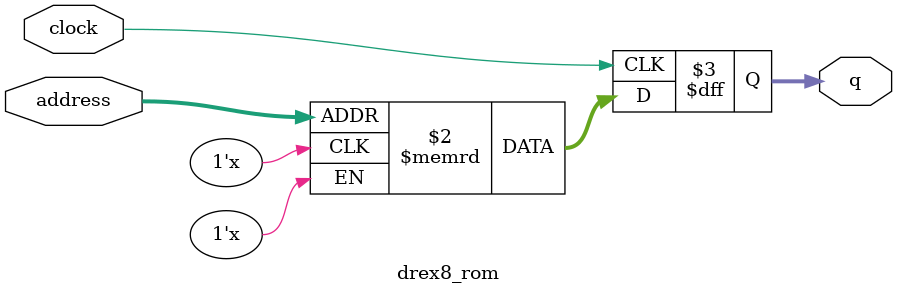
<source format=sv>
module drex8_rom (
	input logic clock,
	input logic [9:0] address,
	output logic [3:0] q
);

logic [3:0] memory [0:1023] /* synthesis ram_init_file = "./drex8/drex8.mif" */;

always_ff @ (posedge clock) begin
	q <= memory[address];
end

endmodule

</source>
